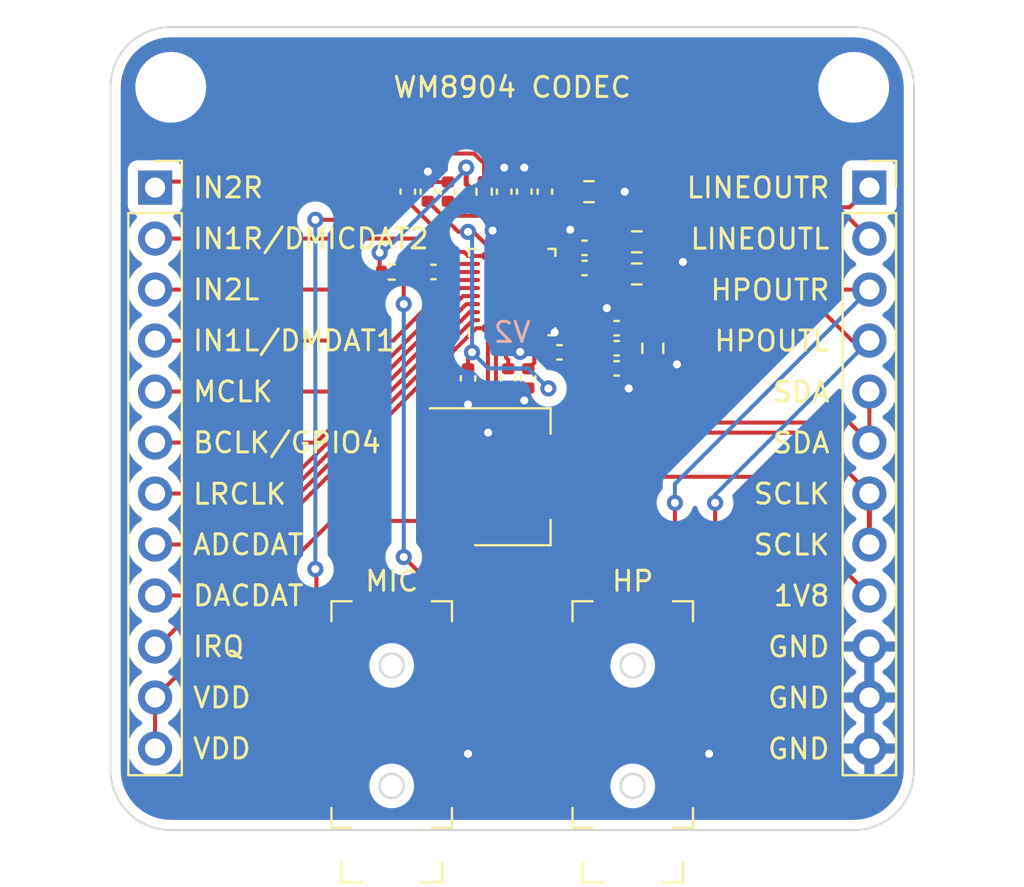
<source format=kicad_pcb>
(kicad_pcb (version 20211014) (generator pcbnew)
  (layers (0 "F.Cu" signal) (31 "B.Cu" signal) (34 "B.Paste" user) (35 "F.Paste" user) (36 "B.SilkS" user "B.Silkscreen") (37 "F.SilkS" user "F.Silkscreen") (38 "B.Mask" user) (39 "F.Mask" user) (44 "Edge.Cuts" user))
  (net 0 "")
  (net 1 "Net-(C204-Pad1)")
  (net 2 "Net-(C204-Pad2)")
  (net 3 "GND")
  (net 4 "Net-(C205-Pad2)")
  (net 5 "Net-(C206-Pad2)")
  (net 6 "/wm8904/MICBIAS")
  (net 7 "Net-(C214-Pad2)")
  (net 8 "Net-(C211-Pad2)")
  (net 9 "Net-(C207-Pad2)")
  (net 10 "/wm8904/MICVDD")
  (net 11 "1V8")
  (net 12 "HPOUTL")
  (net 13 "HPOUTR")
  (net 14 "IN2L")
  (net 15 "LINEOUTL")
  (net 16 "IN2R")
  (net 17 "LINEOUTR")
  (net 18 "IN1R{slash}DMICDAT2")
  (net 19 "IN1L{slash}DMICDAT1")
  (net 20 "MCLK")
  (net 21 "BCLK{slash}GPIO4")
  (net 22 "LRCLK")
  (net 23 "ADCDAT")
  (net 24 "Net-(C208-Pad2)")
  (net 25 "DACDAT")
  (net 26 "Net-(C209-Pad2)")
  (net 27 "Net-(C210-Pad2)")
  (net 28 "IRQ{slash}GPIO1")
  (net 29 "Net-(C213-Pad2)")
  (net 30 "VDD")
  (net 31 "SDA")
  (net 32 "SCLK")
  (footprint "Resistor_SMD:R_0402_1005Metric" (layer "F.Cu") (at 148.6 68.2 -90)
    (fp_text reference "R205")
    (fp_text value "2k2")
    (fp_line (start -0.153641 -0.38) (end 0.153641 -0.38) (layer "F.SilkS") (width 0.12))
    (fp_line (start -0.153641 0.38) (end 0.153641 0.38) (layer "F.SilkS") (width 0.12))
    (pad "1" smd roundrect locked (at -0.51 0 270) (size 0.54 0.64) (layers "F.Cu" "F.Paste" "F.Mask") (net 16 "IN2R"))
    (pad "2" smd roundrect locked (at 0.51 0 270) (size 0.54 0.64) (layers "F.Cu" "F.Paste" "F.Mask") (net 6 "/wm8904/MICBIAS"))
  )
  (footprint "Capacitor_SMD:C_0402_1005Metric" (layer "F.Cu") (at 153.6 72)
    (fp_text reference "C208")
    (fp_text value "0.1u")
    (fp_line (start -0.107836 -0.36) (end 0.107836 -0.36) (layer "F.SilkS") (width 0.12))
    (fp_line (start -0.107836 0.36) (end 0.107836 0.36) (layer "F.SilkS") (width 0.12))
    (pad "1" smd roundrect locked (at -0.48 0) (size 0.56 0.62) (layers "F.Cu" "F.Paste" "F.Mask") (net 13 "HPOUTR"))
    (pad "2" smd roundrect locked (at 0.48 0) (size 0.56 0.62) (layers "F.Cu" "F.Paste" "F.Mask") (net 24 "Net-(C208-Pad2)"))
  )
  (footprint "Connector_PinSocket_2.54mm:PinSocket_1x12_P2.54mm_Vertical" (layer "F.Cu") (at 132.22 67.996)
    (fp_text reference "J101")
    (fp_text value "Conn_01x12_Female")
    (fp_line (start -1.33 1.27) (end 1.33 1.27) (layer "F.SilkS") (width 0.12))
    (fp_line (start -1.33 29.27) (end 1.33 29.27) (layer "F.SilkS") (width 0.12))
    (fp_line (start -1.33 1.27) (end -1.33 29.27) (layer "F.SilkS") (width 0.12))
    (fp_line (start 0 -1.33) (end 1.33 -1.33) (layer "F.SilkS") (width 0.12))
    (fp_line (start 1.33 -1.33) (end 1.33 0) (layer "F.SilkS") (width 0.12))
    (fp_line (start 1.33 1.27) (end 1.33 29.27) (layer "F.SilkS") (width 0.12))
    (pad "1" thru_hole rect locked (at 0 0) (size 1.7 1.7) (drill 1) (layers *.Cu *.Mask) (net 16 "IN2R"))
    (pad "2" thru_hole oval locked (at 0 2.54) (size 1.7 1.7) (drill 1) (layers *.Cu *.Mask) (net 18 "IN1R{slash}DMICDAT2"))
    (pad "3" thru_hole oval locked (at 0 5.08) (size 1.7 1.7) (drill 1) (layers *.Cu *.Mask) (net 14 "IN2L"))
    (pad "4" thru_hole oval locked (at 0 7.62) (size 1.7 1.7) (drill 1) (layers *.Cu *.Mask) (net 19 "IN1L{slash}DMICDAT1"))
    (pad "5" thru_hole oval locked (at 0 10.16) (size 1.7 1.7) (drill 1) (layers *.Cu *.Mask) (net 20 "MCLK"))
    (pad "6" thru_hole oval locked (at 0 12.7) (size 1.7 1.7) (drill 1) (layers *.Cu *.Mask) (net 21 "BCLK{slash}GPIO4"))
    (pad "7" thru_hole oval locked (at 0 15.24) (size 1.7 1.7) (drill 1) (layers *.Cu *.Mask) (net 22 "LRCLK"))
    (pad "8" thru_hole oval locked (at 0 17.78) (size 1.7 1.7) (drill 1) (layers *.Cu *.Mask) (net 23 "ADCDAT"))
    (pad "9" thru_hole oval locked (at 0 20.32) (size 1.7 1.7) (drill 1) (layers *.Cu *.Mask) (net 25 "DACDAT"))
    (pad "10" thru_hole oval locked (at 0 22.86) (size 1.7 1.7) (drill 1) (layers *.Cu *.Mask) (net 28 "IRQ{slash}GPIO1"))
    (pad "11" thru_hole oval locked (at 0 25.4) (size 1.7 1.7) (drill 1) (layers *.Cu *.Mask) (net 30 "VDD"))
    (pad "12" thru_hole oval locked (at 0 27.94) (size 1.7 1.7) (drill 1) (layers *.Cu *.Mask) (net 30 "VDD"))
  )
  (footprint "MountingHole:MountingHole_2.5mm" (layer "F.Cu") (at 167 63)
    (fp_text reference "REF**")
    (fp_text value "MountingHole_2.5mm")
    (pad "" np_thru_hole circle locked (at 0 0) (size 2.5 2.5) (drill 2.5) (layers *.Cu *.Mask))
  )
  (footprint "Capacitor_SMD:C_0402_1005Metric" (layer "F.Cu") (at 147.8 77.5 90)
    (fp_text reference "C202")
    (fp_text value "0.1u")
    (fp_line (start -0.107836 -0.36) (end 0.107836 -0.36) (layer "F.SilkS") (width 0.12))
    (fp_line (start -0.107836 0.36) (end 0.107836 0.36) (layer "F.SilkS") (width 0.12))
    (pad "1" smd roundrect locked (at -0.48 0 90) (size 0.56 0.62) (layers "F.Cu" "F.Paste" "F.Mask") (net 3 "GND"))
    (pad "2" smd roundrect locked (at 0.48 0 90) (size 0.56 0.62) (layers "F.Cu" "F.Paste" "F.Mask") (net 11 "1V8"))
  )
  (footprint "Resistor_SMD:R_0402_1005Metric" (layer "F.Cu") (at 144 72.2 180)
    (fp_text reference "R203")
    (fp_text value "2k2")
    (fp_line (start -0.153641 0.38) (end 0.153641 0.38) (layer "F.SilkS") (width 0.12))
    (fp_line (start -0.153641 -0.38) (end 0.153641 -0.38) (layer "F.SilkS") (width 0.12))
    (pad "1" smd roundrect locked (at -0.51 0 180) (size 0.54 0.64) (layers "F.Cu" "F.Paste" "F.Mask") (net 14 "IN2L"))
    (pad "2" smd roundrect locked (at 0.51 0 180) (size 0.54 0.64) (layers "F.Cu" "F.Paste" "F.Mask") (net 6 "/wm8904/MICBIAS"))
  )
  (footprint "Capacitor_SMD:C_0402_1005Metric" (layer "F.Cu") (at 152.35 76.2)
    (fp_text reference "C204")
    (fp_text value "2.2u")
    (fp_line (start -0.107836 0.36) (end 0.107836 0.36) (layer "F.SilkS") (width 0.12))
    (fp_line (start -0.107836 -0.36) (end 0.107836 -0.36) (layer "F.SilkS") (width 0.12))
    (pad "1" smd roundrect locked (at -0.48 0) (size 0.56 0.62) (layers "F.Cu" "F.Paste" "F.Mask") (net 1 "Net-(C204-Pad1)"))
    (pad "2" smd roundrect locked (at 0.48 0) (size 0.56 0.62) (layers "F.Cu" "F.Paste" "F.Mask") (net 2 "Net-(C204-Pad2)"))
  )
  (footprint "Capacitor_SMD:C_0402_1005Metric" (layer "F.Cu") (at 155.2 77 180)
    (fp_text reference "C205")
    (fp_text value "4.7u")
    (fp_line (start -0.107836 -0.36) (end 0.107836 -0.36) (layer "F.SilkS") (width 0.12))
    (fp_line (start -0.107836 0.36) (end 0.107836 0.36) (layer "F.SilkS") (width 0.12))
    (pad "1" smd roundrect locked (at -0.48 0 180) (size 0.56 0.62) (layers "F.Cu" "F.Paste" "F.Mask") (net 3 "GND"))
    (pad "2" smd roundrect locked (at 0.48 0 180) (size 0.56 0.62) (layers "F.Cu" "F.Paste" "F.Mask") (net 4 "Net-(C205-Pad2)"))
  )
  (footprint "MountingHole:MountingHole_2.5mm" (layer "F.Cu") (at 133 63)
    (fp_text reference "REF**")
    (fp_text value "MountingHole_2.5mm")
    (pad "" np_thru_hole circle locked (at 0 0) (size 2.5 2.5) (drill 2.5) (layers *.Cu *.Mask))
  )
  (footprint "wm8904_breakout:PJ-320B-3A" (layer "F.Cu") (at 156 94.25 90)
    (fp_text reference "J104")
    (fp_text value "AudioJack3")
    (fp_line (start 5.65 3) (end 4.65 3) (layer "F.SilkS") (width 0.12))
    (fp_line (start -7.35 2.5) (end -8.35 2.5) (layer "F.SilkS") (width 0.12))
    (fp_line (start -5.65 3) (end -5.65 2) (layer "F.SilkS") (width 0.12))
    (fp_line (start -4.65 -3) (end -5.65 -3) (layer "F.SilkS") (width 0.12))
    (fp_line (start 5.65 2) (end 5.65 3) (layer "F.SilkS") (width 0.12))
    (fp_line (start 5.65 -3) (end 5.65 -2) (layer "F.SilkS") (width 0.12))
    (fp_line (start -8.35 2.5) (end -8.35 1.5) (layer "F.SilkS") (width 0.12))
    (fp_line (start 4.65 -3) (end 5.65 -3) (layer "F.SilkS") (width 0.12))
    (fp_line (start -5.65 -3) (end -5.65 -2) (layer "F.SilkS") (width 0.12))
    (fp_line (start -7.35 -2.5) (end -8.35 -2.5) (layer "F.SilkS") (width 0.12))
    (fp_line (start -8.35 -2.5) (end -8.35 -1.5) (layer "F.SilkS") (width 0.12))
    (fp_line (start -4.65 3) (end -5.65 3) (layer "F.SilkS") (width 0.12))
    (fp_circle (center -3.55 0) (end -3.55 0.6) (layer "Edge.Cuts") (width 0.12) (fill none))
    (fp_circle (center 2.45 0) (end 2.45 0.6) (layer "Edge.Cuts") (width 0.12) (fill none))
    (pad "R" smd rect (at -1.55 -3.75) (size 3.5 1.5) (layers "F.Cu" "F.Paste" "F.Mask") (net 13 "HPOUTR"))
    (pad "S" smd rect (at -3.55 3.75) (size 3.5 1.5) (layers "F.Cu" "F.Paste" "F.Mask") (net 3 "GND"))
    (pad "T" smd rect (at 3.45 3.75) (size 3.5 1.5) (layers "F.Cu" "F.Paste" "F.Mask") (net 12 "HPOUTL"))
  )
  (footprint "Capacitor_SMD:C_0402_1005Metric" (layer "F.Cu") (at 149.6 68.2 -90)
    (fp_text reference "C216")
    (fp_text value "4.7u")
    (fp_line (start -0.107836 0.36) (end 0.107836 0.36) (layer "F.SilkS") (width 0.12))
    (fp_line (start -0.107836 -0.36) (end 0.107836 -0.36) (layer "F.SilkS") (width 0.12))
    (pad "1" smd roundrect locked (at -0.48 0 270) (size 0.56 0.62) (layers "F.Cu" "F.Paste" "F.Mask") (net 3 "GND"))
    (pad "2" smd roundrect locked (at 0.48 0 270) (size 0.56 0.62) (layers "F.Cu" "F.Paste" "F.Mask") (net 6 "/wm8904/MICBIAS"))
  )
  (footprint "Capacitor_SMD:C_0402_1005Metric" (layer "F.Cu") (at 150.8 77.5 -90)
    (fp_text reference "C203")
    (fp_text value "4.7u")
    (fp_line (start -0.107836 -0.36) (end 0.107836 -0.36) (layer "F.SilkS") (width 0.12))
    (fp_line (start -0.107836 0.36) (end 0.107836 0.36) (layer "F.SilkS") (width 0.12))
    (pad "1" smd roundrect locked (at -0.48 0 270) (size 0.56 0.62) (layers "F.Cu" "F.Paste" "F.Mask") (net 11 "1V8"))
    (pad "2" smd roundrect locked (at 0.48 0 270) (size 0.56 0.62) (layers "F.Cu" "F.Paste" "F.Mask") (net 3 "GND"))
  )
  (footprint "Resistor_SMD:R_0603_1608Metric" (layer "F.Cu") (at 156.199792 72.29829)
    (fp_text reference "R202")
    (fp_text value "20R")
    (fp_line (start -0.237258 -0.5225) (end 0.237258 -0.5225) (layer "F.SilkS") (width 0.12))
    (fp_line (start -0.237258 0.5225) (end 0.237258 0.5225) (layer "F.SilkS") (width 0.12))
    (pad "1" smd roundrect locked (at -0.825 0) (size 0.8 0.95) (layers "F.Cu" "F.Paste" "F.Mask") (net 24 "Net-(C208-Pad2)"))
    (pad "2" smd roundrect locked (at 0.825 0) (size 0.8 0.95) (layers "F.Cu" "F.Paste" "F.Mask") (net 3 "GND"))
  )
  (footprint "Capacitor_SMD:C_0402_1005Metric" (layer "F.Cu") (at 146.8 68.2 -90)
    (fp_text reference "C214")
    (fp_text value "4.7u")
    (fp_line (start -0.107836 -0.36) (end 0.107836 -0.36) (layer "F.SilkS") (width 0.12))
    (fp_line (start -0.107836 0.36) (end 0.107836 0.36) (layer "F.SilkS") (width 0.12))
    (pad "1" smd roundrect locked (at -0.48 0 270) (size 0.56 0.62) (layers "F.Cu" "F.Paste" "F.Mask") (net 3 "GND"))
    (pad "2" smd roundrect locked (at 0.48 0 270) (size 0.56 0.62) (layers "F.Cu" "F.Paste" "F.Mask") (net 7 "Net-(C214-Pad2)"))
  )
  (footprint "Capacitor_SMD:C_0402_1005Metric" (layer "F.Cu") (at 149.8 77.5 90)
    (fp_text reference "C201")
    (fp_text value "0.1u")
    (fp_line (start -0.107836 -0.36) (end 0.107836 -0.36) (layer "F.SilkS") (width 0.12))
    (fp_line (start -0.107836 0.36) (end 0.107836 0.36) (layer "F.SilkS") (width 0.12))
    (pad "1" smd roundrect locked (at -0.48 0 90) (size 0.56 0.62) (layers "F.Cu" "F.Paste" "F.Mask") (net 3 "GND"))
    (pad "2" smd roundrect locked (at 0.48 0 90) (size 0.56 0.62) (layers "F.Cu" "F.Paste" "F.Mask") (net 11 "1V8"))
  )
  (footprint "Connector_PinSocket_2.54mm:PinSocket_1x12_P2.54mm_Vertical" (layer "F.Cu") (at 167.78 67.996)
    (fp_text reference "J102")
    (fp_text value "Conn_01x12_Female")
    (fp_line (start -1.33 29.27) (end 1.33 29.27) (layer "F.SilkS") (width 0.12))
    (fp_line (start 0 -1.33) (end 1.33 -1.33) (layer "F.SilkS") (width 0.12))
    (fp_line (start 1.33 -1.33) (end 1.33 0) (layer "F.SilkS") (width 0.12))
    (fp_line (start -1.33 1.27) (end -1.33 29.27) (layer "F.SilkS") (width 0.12))
    (fp_line (start -1.33 1.27) (end 1.33 1.27) (layer "F.SilkS") (width 0.12))
    (fp_line (start 1.33 1.27) (end 1.33 29.27) (layer "F.SilkS") (width 0.12))
    (pad "1" thru_hole rect locked (at 0 0) (size 1.7 1.7) (drill 1) (layers *.Cu *.Mask) (net 17 "LINEOUTR"))
    (pad "2" thru_hole oval locked (at 0 2.54) (size 1.7 1.7) (drill 1) (layers *.Cu *.Mask) (net 15 "LINEOUTL"))
    (pad "3" thru_hole oval locked (at 0 5.08) (size 1.7 1.7) (drill 1) (layers *.Cu *.Mask) (net 13 "HPOUTR"))
    (pad "4" thru_hole oval locked (at 0 7.62) (size 1.7 1.7) (drill 1) (layers *.Cu *.Mask) (net 12 "HPOUTL"))
    (pad "5" thru_hole oval locked (at 0 10.16) (size 1.7 1.7) (drill 1) (layers *.Cu *.Mask) (net 31 "SDA"))
    (pad "6" thru_hole oval locked (at 0 12.7) (size 1.7 1.7) (drill 1) (layers *.Cu *.Mask) (net 31 "SDA"))
    (pad "7" thru_hole oval locked (at 0 15.24) (size 1.7 1.7) (drill 1) (layers *.Cu *.Mask) (net 32 "SCLK"))
    (pad "8" thru_hole oval locked (at 0 17.78) (size 1.7 1.7) (drill 1) (layers *.Cu *.Mask) (net 32 "SCLK"))
    (pad "9" thru_hole oval locked (at 0 20.32) (size 1.7 1.7) (drill 1) (layers *.Cu *.Mask) (net 11 "1V8"))
    (pad "10" thru_hole oval locked (at 0 22.86) (size 1.7 1.7) (drill 1) (layers *.Cu *.Mask) (net 3 "GND"))
    (pad "11" thru_hole oval locked (at 0 25.4) (size 1.7 1.7) (drill 1) (layers *.Cu *.Mask) (net 3 "GND"))
    (pad "12" thru_hole oval locked (at 0 27.94) (size 1.7 1.7) (drill 1) (layers *.Cu *.Mask) (net 3 "GND"))
  )
  (footprint "wm8904_breakout:wm8904" (layer "F.Cu") (at 150 73.2 90)
    (fp_text reference "U201")
    (fp_text value "wm8904")
    (fp_line (start -2.15 2.15) (end -2.15 1.8) (layer "F.SilkS") (width 0.12))
    (fp_line (start 2.15 -2.15) (end 2.15 -1.8) (layer "F.SilkS") (width 0.12))
    (fp_line (start 1.8 2.15) (end 2.15 2.15) (layer "F.SilkS") (width 0.12))
    (fp_line (start 1.8 -2.15) (end 2.15 -2.15) (layer "F.SilkS") (width 0.12))
    (fp_line (start -1.8 -2.15) (end -2.2 -2.15) (layer "F.SilkS") (width 0.12))
    (fp_line (start -1.8 2.15) (end -2.15 2.15) (layer "F.SilkS") (width 0.12))
    (fp_line (start 2.15 2.15) (end 2.15 1.8) (layer "F.SilkS") (width 0.12))
    (pad "1" smd oval (at -1.8 -1.4 180) (size 0.2 0.4) (layers "F.Cu" "F.Paste" "F.Mask") (net 28 "IRQ{slash}GPIO1"))
    (pad "2" smd oval (at -1.8 -1 180) (size 0.2 0.4) (layers "F.Cu" "F.Paste" "F.Mask") (net 32 "SCLK"))
    (pad "3" smd oval (at -1.8 -0.6 180) (size 0.2 0.4) (layers "F.Cu" "F.Paste" "F.Mask") (net 31 "SDA"))
    (pad "4" smd oval (at -1.8 -0.2 180) (size 0.2 0.4) (layers "F.Cu" "F.Paste" "F.Mask") (net 11 "1V8"))
    (pad "5" smd oval (at -1.8 0.2 180) (size 0.2 0.4) (layers "F.Cu" "F.Paste" "F.Mask") (net 3 "GND"))
    (pad "6" smd oval (at -1.8 0.6 180) (size 0.2 0.4) (layers "F.Cu" "F.Paste" "F.Mask") (net 11 "1V8"))
    (pad "7" smd oval (at -1.8 1 180) (size 0.2 0.4) (layers "F.Cu" "F.Paste" "F.Mask") (net 11 "1V8"))
    (pad "8" smd oval (at -1.8 1.4 180) (size 0.2 0.4) (layers "F.Cu" "F.Paste" "F.Mask") (net 1 "Net-(C204-Pad1)"))
    (pad "9" smd oval (at -1.4 1.8 90) (size 0.2 0.4) (layers "F.Cu" "F.Paste" "F.Mask") (net 3 "GND"))
    (pad "10" smd oval (at -1 1.8 90) (size 0.2 0.4) (layers "F.Cu" "F.Paste" "F.Mask") (net 2 "Net-(C204-Pad2)"))
    (pad "11" smd oval (at -0.6 1.8 90) (size 0.2 0.4) (layers "F.Cu" "F.Paste" "F.Mask") (net 4 "Net-(C205-Pad2)"))
    (pad "12" smd oval (at -0.2 1.8 90) (size 0.2 0.4) (layers "F.Cu" "F.Paste" "F.Mask") (net 5 "Net-(C206-Pad2)"))
    (pad "13" smd oval (at 0.2 1.8 90) (size 0.2 0.4) (layers "F.Cu" "F.Paste" "F.Mask") (net 12 "HPOUTL"))
    (pad "14" smd oval (at 0.6 1.8 90) (size 0.2 0.4) (layers "F.Cu" "F.Paste" "F.Mask") (net 3 "GND"))
    (pad "15" smd oval (at 1 1.8 90) (size 0.2 0.4) (layers "F.Cu" "F.Paste" "F.Mask") (net 13 "HPOUTR"))
    (pad "16" smd oval (at 1.4 1.8 90) (size 0.2 0.4) (layers "F.Cu" "F.Paste" "F.Mask") (net 15 "LINEOUTL"))
    (pad "17" smd oval (at 1.8 1.4 180) (size 0.2 0.4) (layers "F.Cu" "F.Paste" "F.Mask") (net 3 "GND"))
    (pad "18" smd oval (at 1.8 1 180) (size 0.2 0.4) (layers "F.Cu" "F.Paste" "F.Mask") (net 17 "LINEOUTR"))
    (pad "19" smd oval (at 1.8 0.6 180) (size 0.2 0.4) (layers "F.Cu" "F.Paste" "F.Mask") (net 10 "/wm8904/MICVDD"))
    (pad "20" smd oval (at 1.8 0.2 180) (size 0.2 0.4) (layers "F.Cu" "F.Paste" "F.Mask") (net 6 "/wm8904/MICBIAS"))
    (pad "21" smd oval (at 1.8 -0.2 180) (size 0.2 0.4) (layers "F.Cu" "F.Paste" "F.Mask") (net 7 "Net-(C214-Pad2)"))
    (pad "22" smd oval (at 1.8 -0.6 180) (size 0.2 0.4) (layers "F.Cu" "F.Paste" "F.Mask") (net 3 "GND"))
    (pad "23" smd oval (at 1.8 -1 180) (size 0.2 0.4) (layers "F.Cu" "F.Paste" "F.Mask") (net 11 "1V8"))
    (pad "24" smd oval (at 1.8 -1.4 180) (size 0.2 0.4) (layers "F.Cu" "F.Paste" "F.Mask") (net 8 "Net-(C211-Pad2)"))
    (pad "25" smd oval (at 1.4 -1.8 90) (size 0.2 0.4) (layers "F.Cu" "F.Paste" "F.Mask") (net 18 "IN1R{slash}DMICDAT2"))
    (pad "26" smd oval (at 1 -1.8 90) (size 0.2 0.4) (layers "F.Cu" "F.Paste" "F.Mask") (net 26 "Net-(C209-Pad2)"))
    (pad "27" smd oval (at 0.6 -1.8 90) (size 0.2 0.4) (layers "F.Cu" "F.Paste" "F.Mask") (net 19 "IN1L{slash}DMICDAT1"))
    (pad "28" smd oval (at 0.2 -1.8 90) (size 0.2 0.4) (layers "F.Cu" "F.Paste" "F.Mask") (net 20 "MCLK"))
    (pad "29" smd oval (at -0.2 -1.8 90) (size 0.2 0.4) (layers "F.Cu" "F.Paste" "F.Mask") (net 21 "BCLK{slash}GPIO4"))
    (pad "30" smd oval (at -0.6 -1.8 90) (size 0.2 0.4) (layers "F.Cu" "F.Paste" "F.Mask") (net 22 "LRCLK"))
    (pad "31" smd oval (at -1 -1.8 90) (size 0.2 0.4) (layers "F.Cu" "F.Paste" "F.Mask") (net 23 "ADCDAT"))
    (pad "32" smd oval (at -1.4 -1.8 90) (size 0.2 0.4) (layers "F.Cu" "F.Paste" "F.Mask") (net 25 "DACDAT"))
    (pad "33" smd rect (at 0 0 90) (size 2.7 2.7) (layers "F.Cu" "F.Paste" "F.Mask") (net 3 "GND"))
  )
  (footprint "Capacitor_SMD:C_0402_1005Metric" (layer "F.Cu") (at 155.2 75)
    (fp_text reference "C207")
    (fp_text value "0.1u")
    (fp_line (start -0.107836 -0.36) (end 0.107836 -0.36) (layer "F.SilkS") (width 0.12))
    (fp_line (start -0.107836 0.36) (end 0.107836 0.36) (layer "F.SilkS") (width 0.12))
    (pad "1" smd roundrect locked (at -0.48 0) (size 0.56 0.62) (layers "F.Cu" "F.Paste" "F.Mask") (net 12 "HPOUTL"))
    (pad "2" smd roundrect locked (at 0.48 0) (size 0.56 0.62) (layers "F.Cu" "F.Paste" "F.Mask") (net 9 "Net-(C207-Pad2)"))
  )
  (footprint "Package_TO_SOT_SMD:SOT-223-3_TabPin2" (layer "F.Cu") (at 150 82.4)
    (fp_text reference "U101")
    (fp_text value "AMS1117-1.8")
    (fp_line (start 1.91 3.41) (end 1.91 2.15) (layer "F.SilkS") (width 0.12))
    (fp_line (start -4.1 -3.41) (end 1.91 -3.41) (layer "F.SilkS") (width 0.12))
    (fp_line (start 1.91 -3.41) (end 1.91 -2.15) (layer "F.SilkS") (width 0.12))
    (fp_line (start -1.85 3.41) (end 1.91 3.41) (layer "F.SilkS") (width 0.12))
    (pad "1" smd rect locked (at -3.15 -2.3) (size 2 1.5) (layers "F.Cu" "F.Paste" "F.Mask") (net 3 "GND"))
    (pad "2" smd rect locked (at -3.15 0) (size 2 1.5) (layers "F.Cu" "F.Paste" "F.Mask") (net 11 "1V8"))
    (pad "2" smd rect locked (at 3.15 0) (size 2 3.8) (layers "F.Cu" "F.Paste" "F.Mask") (net 11 "1V8"))
    (pad "3" smd rect locked (at -3.15 2.3) (size 2 1.5) (layers "F.Cu" "F.Paste" "F.Mask") (net 30 "VDD"))
  )
  (footprint "Capacitor_SMD:C_0402_1005Metric" (layer "F.Cu") (at 144.8 68.2 -90)
    (fp_text reference "C211")
    (fp_text value "1u")
    (fp_line (start -0.107836 -0.36) (end 0.107836 -0.36) (layer "F.SilkS") (width 0.12))
    (fp_line (start -0.107836 0.36) (end 0.107836 0.36) (layer "F.SilkS") (width 0.12))
    (pad "1" smd roundrect locked (at -0.48 0 270) (size 0.56 0.62) (layers "F.Cu" "F.Paste" "F.Mask") (net 16 "IN2R"))
    (pad "2" smd roundrect locked (at 0.48 0 270) (size 0.56 0.62) (layers "F.Cu" "F.Paste" "F.Mask") (net 8 "Net-(C211-Pad2)"))
  )
  (footprint "Capacitor_SMD:C_0402_1005Metric" (layer "F.Cu") (at 146.08 72.2)
    (fp_text reference "C209")
    (fp_text value "1u")
    (fp_line (start -0.107836 -0.36) (end 0.107836 -0.36) (layer "F.SilkS") (width 0.12))
    (fp_line (start -0.107836 0.36) (end 0.107836 0.36) (layer "F.SilkS") (width 0.12))
    (pad "1" smd roundrect locked (at -0.48 0) (size 0.56 0.62) (layers "F.Cu" "F.Paste" "F.Mask") (net 14 "IN2L"))
    (pad "2" smd roundrect locked (at 0.48 0) (size 0.56 0.62) (layers "F.Cu" "F.Paste" "F.Mask") (net 26 "Net-(C209-Pad2)"))
  )
  (footprint "Resistor_SMD:R_0603_1608Metric" (layer "F.Cu") (at 153.825 68.2)
    (fp_text reference "R206")
    (fp_text value "20R")
    (fp_line (start -0.237258 0.5225) (end 0.237258 0.5225) (layer "F.SilkS") (width 0.12))
    (fp_line (start -0.237258 -0.5225) (end 0.237258 -0.5225) (layer "F.SilkS") (width 0.12))
    (pad "1" smd roundrect locked (at -0.825 0) (size 0.8 0.95) (layers "F.Cu" "F.Paste" "F.Mask") (net 29 "Net-(C213-Pad2)"))
    (pad "2" smd roundrect locked (at 0.825 0) (size 0.8 0.95) (layers "F.Cu" "F.Paste" "F.Mask") (net 3 "GND"))
  )
  (footprint "Capacitor_SMD:C_0402_1005Metric" (layer "F.Cu") (at 150.6 68.2 -90)
    (fp_text reference "C215")
    (fp_text value "0.1u")
    (fp_line (start -0.107836 -0.36) (end 0.107836 -0.36) (layer "F.SilkS") (width 0.12))
    (fp_line (start -0.107836 0.36) (end 0.107836 0.36) (layer "F.SilkS") (width 0.12))
    (pad "1" smd roundrect locked (at -0.48 0 270) (size 0.56 0.62) (layers "F.Cu" "F.Paste" "F.Mask") (net 3 "GND"))
    (pad "2" smd roundrect locked (at 0.48 0 270) (size 0.56 0.62) (layers "F.Cu" "F.Paste" "F.Mask") (net 10 "/wm8904/MICVDD"))
  )
  (footprint "Capacitor_SMD:C_0402_1005Metric" (layer "F.Cu") (at 145.8 68.2 -90)
    (fp_text reference "C212")
    (fp_text value "4.7u")
    (fp_line (start -0.107836 -0.36) (end 0.107836 -0.36) (layer "F.SilkS") (width 0.12))
    (fp_line (start -0.107836 0.36) (end 0.107836 0.36) (layer "F.SilkS") (width 0.12))
    (pad "1" smd roundrect locked (at -0.48 0 270) (size 0.56 0.62) (layers "F.Cu" "F.Paste" "F.Mask") (net 3 "GND"))
    (pad "2" smd roundrect locked (at 0.48 0 270) (size 0.56 0.62) (layers "F.Cu" "F.Paste" "F.Mask") (net 11 "1V8"))
  )
  (footprint "Resistor_SMD:R_0603_1608Metric" (layer "F.Cu") (at 157 76 -90)
    (fp_text reference "R201")
    (fp_text value "20R")
    (fp_line (start -0.237258 0.5225) (end 0.237258 0.5225) (layer "F.SilkS") (width 0.12))
    (fp_line (start -0.237258 -0.5225) (end 0.237258 -0.5225) (layer "F.SilkS") (width 0.12))
    (pad "1" smd roundrect locked (at -0.825 0 270) (size 0.8 0.95) (layers "F.Cu" "F.Paste" "F.Mask") (net 9 "Net-(C207-Pad2)"))
    (pad "2" smd roundrect locked (at 0.825 0 270) (size 0.8 0.95) (layers "F.Cu" "F.Paste" "F.Mask") (net 3 "GND"))
  )
  (footprint "wm8904_breakout:PJ-320B-3A" (layer "F.Cu") (at 144 94.25 90)
    (fp_text reference "J103")
    (fp_text value "AudioJack3")
    (fp_line (start -8.35 -2.5) (end -8.35 -1.5) (layer "F.SilkS") (width 0.12))
    (fp_line (start 5.65 -3) (end 5.65 -2) (layer "F.SilkS") (width 0.12))
    (fp_line (start -4.65 3) (end -5.65 3) (layer "F.SilkS") (width 0.12))
    (fp_line (start -5.65 3) (end -5.65 2) (layer "F.SilkS") (width 0.12))
    (fp_line (start -5.65 -3) (end -5.65 -2) (layer "F.SilkS") (width 0.12))
    (fp_line (start -7.35 2.5) (end -8.35 2.5) (layer "F.SilkS") (width 0.12))
    (fp_line (start -8.35 2.5) (end -8.35 1.5) (layer "F.SilkS") (width 0.12))
    (fp_line (start 5.65 3) (end 4.65 3) (layer "F.SilkS") (width 0.12))
    (fp_line (start 4.65 -3) (end 5.65 -3) (layer "F.SilkS") (width 0.12))
    (fp_line (start -7.35 -2.5) (end -8.35 -2.5) (layer "F.SilkS") (width 0.12))
    (fp_line (start -4.65 -3) (end -5.65 -3) (layer "F.SilkS") (width 0.12))
    (fp_line (start 5.65 2) (end 5.65 3) (layer "F.SilkS") (width 0.12))
    (fp_circle (center 2.45 0) (end 2.45 0.6) (layer "Edge.Cuts") (width 0.12) (fill none))
    (fp_circle (center -3.55 0) (end -3.55 0.6) (layer "Edge.Cuts") (width 0.12) (fill none))
    (pad "R" smd rect (at -1.55 -3.75) (size 3.5 1.5) (layers "F.Cu" "F.Paste" "F.Mask") (net 16 "IN2R"))
    (pad "S" smd rect (at -3.55 3.75) (size 3.5 1.5) (layers "F.Cu" "F.Paste" "F.Mask") (net 3 "GND"))
    (pad "T" smd rect (at 3.45 3.75) (size 3.5 1.5) (layers "F.Cu" "F.Paste" "F.Mask") (net 14 "IN2L"))
  )
  (footprint "Resistor_SMD:R_0603_1608Metric" (layer "F.Cu") (at 156.199792 70.69829)
    (fp_text reference "R204")
    (fp_text value "20R")
    (fp_line (start -0.237258 -0.5225) (end 0.237258 -0.5225) (layer "F.SilkS") (width 0.12))
    (fp_line (start -0.237258 0.5225) (end 0.237258 0.5225) (layer "F.SilkS") (width 0.12))
    (pad "1" smd roundrect locked (at -0.825 0) (size 0.8 0.95) (layers "F.Cu" "F.Paste" "F.Mask") (net 27 "Net-(C210-Pad2)"))
    (pad "2" smd roundrect locked (at 0.825 0) (size 0.8 0.95) (layers "F.Cu" "F.Paste" "F.Mask") (net 3 "GND"))
  )
  (footprint "Capacitor_SMD:C_0402_1005Metric" (layer "F.Cu") (at 155.2 76 180)
    (fp_text reference "C206")
    (fp_text value "4.7u")
    (fp_line (start -0.107836 0.36) (end 0.107836 0.36) (layer "F.SilkS") (width 0.12))
    (fp_line (start -0.107836 -0.36) (end 0.107836 -0.36) (layer "F.SilkS") (width 0.12))
    (pad "1" smd roundrect locked (at -0.48 0 180) (size 0.56 0.62) (layers "F.Cu" "F.Paste" "F.Mask") (net 3 "GND"))
    (pad "2" smd roundrect locked (at 0.48 0 180) (size 0.56 0.62) (layers "F.Cu" "F.Paste" "F.Mask") (net 5 "Net-(C206-Pad2)"))
  )
  (footprint "Capacitor_SMD:C_0402_1005Metric" (layer "F.Cu") (at 153.6 71)
    (fp_text reference "C210")
    (fp_text value "0.1u")
    (fp_line (start -0.107836 -0.36) (end 0.107836 -0.36) (layer "F.SilkS") (width 0.12))
    (fp_line (start -0.107836 0.36) (end 0.107836 0.36) (layer "F.SilkS") (width 0.12))
    (pad "1" smd roundrect locked (at -0.48 0) (size 0.56 0.62) (layers "F.Cu" "F.Paste" "F.Mask") (net 15 "LINEOUTL"))
    (pad "2" smd roundrect locked (at 0.48 0) (size 0.56 0.62) (layers "F.Cu" "F.Paste" "F.Mask") (net 27 "Net-(C210-Pad2)"))
  )
  (footprint "Capacitor_SMD:C_0402_1005Metric" (layer "F.Cu") (at 151.625 68.2 90)
    (fp_text reference "C213")
    (fp_text value "0.1u")
    (fp_line (start -0.107836 0.36) (end 0.107836 0.36) (layer "F.SilkS") (width 0.12))
    (fp_line (start -0.107836 -0.36) (end 0.107836 -0.36) (layer "F.SilkS") (width 0.12))
    (pad "1" smd roundrect locked (at -0.48 0 90) (size 0.56 0.62) (layers "F.Cu" "F.Paste" "F.Mask") (net 17 "LINEOUTR"))
    (pad "2" smd roundrect locked (at 0.48 0 90) (size 0.56 0.62) (layers "F.Cu" "F.Paste" "F.Mask") (net 29 "Net-(C213-Pad2)"))
  )
  (gr_line (start 133 60) (end 167 60) (layer "Edge.Cuts") (width 0.1))
  (gr_arc (start 170 97) (mid 169.12132 99.12132) (end 167 100) (layer "Edge.Cuts") (width 0.1))
  (gr_line (start 170 63) (end 170 97) (layer "Edge.Cuts") (width 0.1))
  (gr_arc (start 167 60) (mid 169.12132 60.87868) (end 170 63) (layer "Edge.Cuts") (width 0.1))
  (gr_line (start 130 97) (end 130 63) (layer "Edge.Cuts") (width 0.1))
  (gr_arc (start 133 100) (mid 130.87868 99.12132) (end 130 97) (layer "Edge.Cuts") (width 0.1))
  (gr_arc (start 130 63) (mid 130.87868 60.87868) (end 133 60) (layer "Edge.Cuts") (width 0.1))
  (gr_line (start 167 100) (end 133 100) (layer "Edge.Cuts") (width 0.1))
  (gr_text "V2" (at 150 75.2) (layer "B.SilkS") (effects (font (size 1 1)) (justify mirror)))
  (gr_text "SCLK" (at 165.886 83.256) (layer "F.SilkS") (effects (font (size 1 1)) (justify right)))
  (gr_text "VDD" (at 134.02 93.406) (layer "F.SilkS") (effects (font (size 1 1)) (justify left)))
  (gr_text "SCLK" (at 165.886 85.796) (layer "F.SilkS") (effects (font (size 1 1)) (justify right)))
  (gr_text "SDA" (at 165.886 78.176) (layer "F.SilkS") (effects (font (size 1 1)) (justify right)))
  (gr_text "GND" (at 165.886 93.416) (layer "F.SilkS") (effects (font (size 1 1)) (justify right)))
  (gr_text "IRQ" (at 134.02 90.866) (layer "F.SilkS") (effects (font (size 1 1)) (justify left)))
  (gr_text "MCLK" (at 134.02 78.166) (layer "F.SilkS") (effects (font (size 1 1)) (justify left)))
  (gr_text "LRCLK" (at 134.02 83.266) (layer "F.SilkS") (effects (font (size 1 1)) (justify left)))
  (gr_text "IN2L" (at 134.02 73.086) (layer "F.SilkS") (effects (font (size 1 1)) (justify left)))
  (gr_text "IN1L/DMDAT1" (at 134.02 75.626) (layer "F.SilkS") (effects (font (size 1 1)) (justify left)))
  (gr_text "1V8" (at 165.886 88.336) (layer "F.SilkS") (effects (font (size 1 1)) (justify right)))
  (gr_text "ADCDAT" (at 134.02 85.786) (layer "F.SilkS") (effects (font (size 1 1)) (justify left)))
  (gr_text "GND" (at 165.886 95.956) (layer "F.SilkS") (effects (font (size 1 1)) (justify right)))
  (gr_text "HPOUTL" (at 165.886 75.636) (layer "F.SilkS") (effects (font (size 1 1)) (justify right)))
  (gr_text "VDD" (at 134.02 95.946) (layer "F.SilkS") (effects (font (size 1 1)) (justify left)))
  (gr_text "HP" (at 156 87.6) (layer "F.SilkS") (effects (font (size 1 1))))
  (gr_text "DACDAT" (at 134.02 88.326) (layer "F.SilkS") (effects (font (size 1 1)) (justify left)))
  (gr_text "BCLK/GPIO4" (at 134.02 80.706) (layer "F.SilkS") (effects (font (size 1 1)) (justify left)))
  (gr_text "IN1R/DMICDAT2" (at 134.02 70.546) (layer "F.SilkS") (effects (font (size 1 1)) (justify left)))
  (gr_text "IN2R" (at 134.02 68.006) (layer "F.SilkS") (effects (font (size 1 1)) (justify left)))
  (gr_text "LINEOUTR" (at 165.886 68.006) (layer "F.SilkS") (effects (font (size 1 1)) (justify right)))
  (gr_text "WM8904 CODEC" (at 150 63) (layer "F.SilkS") (effects (font (size 1 1))))
  (gr_text "SDA" (at 165.886 80.716) (layer "F.SilkS") (effects (font (size 1 1)) (justify right)))
  (gr_text "HPOUTR" (at 165.886 73.096) (layer "F.SilkS") (effects (font (size 1 1)) (justify right)))
  (gr_text "LINEOUTL" (at 165.886 70.556) (layer "F.SilkS") (effects (font (size 1 1)) (justify right)))
  (gr_text "GND" (at 165.886 90.876) (layer "F.SilkS") (effects (font (size 1 1)) (justify right)))
  (gr_text "MIC" (at 144 87.6) (layer "F.SilkS") (effects (font (size 1 1))))
  (segment (start 151.4 75.445761) (end 151.499012 75.544774) (width 0.2) (layer "F.Cu") (net 1))
  (segment (start 151.499012 75.829012) (end 151.87 76.2) (width 0.2) (layer "F.Cu") (net 1))
  (segment (start 151.4 75) (end 151.4 75.445761) (width 0.2) (layer "F.Cu") (net 1))
  (segment (start 151.499012 75.544774) (end 151.499012 75.829012) (width 0.2) (layer "F.Cu") (net 1))
  (segment (start 152.093326 74.2) (end 152.811639 74.918313) (width 0.2) (layer "F.Cu") (net 2))
  (segment (start 152.811639 75.497801) (end 152.800489 75.508951) (width 0.2) (layer "F.Cu") (net 2))
  (segment (start 152.811639 74.918313) (end 152.811639 75.497801) (width 0.2) (layer "F.Cu") (net 2))
  (segment (start 151.8 74.2) (end 152.093326 74.2) (width 0.2) (layer "F.Cu") (net 2))
  (segment (start 152.800489 75.508951) (end 152.800489 76.170489) (width 0.2) (layer "F.Cu") (net 2))
  (segment (start 152.800489 76.170489) (end 152.83 76.2) (width 0.2) (layer "F.Cu") (net 2))
  (segment (start 155.68 76) (end 155.68 77) (width 0.2) (layer "F.Cu") (net 3))
  (segment (start 155.68 77.88) (end 155.8 78) (width 0.2) (layer "F.Cu") (net 3))
  (segment (start 147.75 96.25) (end 147.8 96.2) (width 0.25) (layer "F.Cu") (net 3))
  (segment (start 149.4 71.4) (end 149.4 70.399206) (width 0.2) (layer "F.Cu") (net 3))
  (segment (start 154.65 68.2) (end 155.6 68.2) (width 0.2) (layer "F.Cu") (net 3))
  (segment (start 150.8 78.4) (end 150.6 78.6) (width 0.2) (layer "F.Cu") (net 3))
  (segment (start 149.284012 70.399206) (end 149.021201 70.136395) (width 0.2) (layer "F.Cu") (net 3))
  (segment (start 151.4 71.4) (end 152.703609 70.096391) (width 0.2) (layer "F.Cu") (net 3))
  (segment (start 150.2 73.4) (end 150 73.2) (width 0.2) (layer "F.Cu") (net 3))
  (segment (start 147.8 77.98) (end 147.8 78.8) (width 0.2) (layer "F.Cu") (net 3))
  (segment (start 159.75 96.25) (end 159.8 96.2) (width 0.25) (layer "F.Cu") (net 3))
  (segment (start 152.8 72.6) (end 154.3 74.1) (width 0.2) (layer "F.Cu") (net 3))
  (segment (start 151.8 74.6) (end 151.8 74.895919) (width 0.2) (layer "F.Cu") (net 3))
  (segment (start 152.703609 70.096391) (end 152.886843 70.096391) (width 0.2) (layer "F.Cu") (net 3))
  (segment (start 157 76.825) (end 158.175 76.825) (width 0.2) (layer "F.Cu") (net 3))
  (segment (start 150.6 67.72) (end 150.6 67) (width 0.2) (layer "F.Cu") (net 3))
  (segment (start 157.49829 70.69829) (end 158.5 71.7) (width 0.2) (layer "F.Cu") (net 3))
  (segment (start 150.2 75) (end 150.2 73.4) (width 0.2) (layer "F.Cu") (net 3))
  (segment (start 150.8 77.98) (end 150.8 78.4) (width 0.2) (layer "F.Cu") (net 3))
  (segment (start 157.024792 70.69829) (end 157.49829 70.69829) (width 0.2) (layer "F.Cu") (net 3))
  (segment (start 145.8 67.72) (end 145.8 67.2) (width 0.2) (layer "F.Cu") (net 3))
  (segment (start 155.68 77) (end 155.68 77.88) (width 0.2) (layer "F.Cu") (net 3))
  (segment (start 150.2 75.986424) (end 150.393061 76.179485) (width 0.2) (layer "F.Cu") (net 3))
  (segment (start 149.6 67.72) (end 149.6 67) (width 0.2) (layer "F.Cu") (net 3))
  (segment (start 149.4 70.399206) (end 149.390775 70.389981) (width 0.2) (layer "F.Cu") (net 3))
  (segment (start 149.8 77.98) (end 150.8 77.98) (width 0.2) (layer "F.Cu") (net 3))
  (segment (start 154.3 74.1) (end 154.610756 74.1) (width 0.2) (layer "F.Cu") (net 3))
  (segment (start 154.610756 74.1) (end 154.710128 74.000628) (width 0.2) (layer "F.Cu") (net 3))
  (segment (start 159.75 97.9) (end 159.75 96.25) (width 0.25) (layer "F.Cu") (net 3))
  (segment (start 151.8 72.6) (end 152.8 72.6) (width 0.2) (layer "F.Cu") (net 3))
  (segment (start 145.8 67.72) (end 146.8 67.72) (width 0.2) (layer "F.Cu") (net 3))
  (segment (start 158.175 76.825) (end 158.2 76.8) (width 0.2) (layer "F.Cu") (net 3))
  (segment (start 148.7 80.1) (end 148.8 80.2) (width 0.2) (layer "F.Cu") (net 3))
  (segment (start 146.85 80.1) (end 148.7 80.1) (width 0.2) (layer "F.Cu") (net 3))
  (segment (start 149.4 70.399206) (end 149.284012 70.399206) (width 0.2) (layer "F.Cu") (net 3))
  (segment (start 157.024792 72.29829) (end 157.90171 72.29829) (width 0.2) (layer "F.Cu") (net 3))
  (segment (start 147.75 97.9) (end 147.75 96.25) (width 0.25) (layer "F.Cu") (net 3))
  (segment (start 151.8 74.895919) (end 152.112138 75.208057) (width 0.2) (layer "F.Cu") (net 3))
  (segment (start 157.90171 72.29829) (end 158.5 71.7) (width 0.2) (layer "F.Cu") (net 3))
  (segment (start 150.2 75) (end 150.2 75.986424) (width 0.2) (layer "F.Cu") (net 3))
  (via (at 150.393061 76.179485) (size 0.8) (drill 0.4) (layers "F.Cu" "B.Cu") (net 3))
  (via (at 152.886843 70.096391) (size 0.8) (drill 0.4) (layers "F.Cu" "B.Cu") (net 3))
  (via (at 152.112138 75.208057) (size 0.8) (drill 0.4) (layers "F.Cu" "B.Cu") (net 3))
  (via (at 154.710128 74.000628) (size 0.8) (drill 0.4) (layers "F.Cu" "B.Cu") (net 3))
  (via (at 150.6 67) (size 0.8) (drill 0.4) (layers "F.Cu" "B.Cu") (net 3))
  (via (at 158.2 76.8) (size 0.8) (drill 0.4) (layers "F.Cu" "B.Cu") (net 3))
  (via (at 147.8 78.8) (size 0.8) (drill 0.4) (layers "F.Cu" "B.Cu") (net 3))
  (via (at 147.8 96.2) (size 0.8) (drill 0.4) (layers "F.Cu" "B.Cu") (net 3))
  (via (at 149.021201 70.136395) (size 0.8) (drill 0.4) (layers "F.Cu" "B.Cu") (net 3))
  (via (at 149.6 67) (size 0.8) (drill 0.4) (layers "F.Cu" "B.Cu") (net 3))
  (via (at 159.8 96.2) (size 0.8) (drill 0.4) (layers "F.Cu" "B.Cu") (net 3))
  (via (at 150.6 78.6) (size 0.8) (drill 0.4) (layers "F.Cu" "B.Cu") (net 3))
  (via (at 145.8 67.2) (size 0.8) (drill 0.4) (layers "F.Cu" "B.Cu") (net 3))
  (via (at 155.8 78) (size 0.8) (drill 0.4) (layers "F.Cu" "B.Cu") (net 3))
  (via (at 155.6 68.2) (size 0.8) (drill 0.4) (layers "F.Cu" "B.Cu") (net 3))
  (via (at 158.5 71.7) (size 0.8) (drill 0.4) (layers "F.Cu" "B.Cu") (net 3))
  (via (at 148.8 80.2) (size 0.8) (drill 0.4) (layers "F.Cu" "B.Cu") (net 3))
  (segment (start 154.561575 77) (end 154.72 77) (width 0.2) (layer "F.Cu") (net 4))
  (segment (start 151.8 73.8) (end 152.258319 73.8) (width 0.2) (layer "F.Cu") (net 4))
  (segment (start 152.258319 73.8) (end 153.21115 74.752831) (width 0.2) (layer "F.Cu") (net 4))
  (segment (start 153.21115 74.752831) (end 153.21115 75.649575) (width 0.2) (layer "F.Cu") (net 4))
  (segment (start 153.21115 75.649575) (end 154.561575 77) (width 0.2) (layer "F.Cu") (net 4))
  (segment (start 153.610661 74.58735) (end 153.610661 75.484092) (width 0.2) (layer "F.Cu") (net 5))
  (segment (start 153.610661 75.484092) (end 154.126569 76) (width 0.2) (layer "F.Cu") (net 5))
  (segment (start 154.126569 76) (end 154.72 76) (width 0.2) (layer "F.Cu") (net 5))
  (segment (start 152.423311 73.4) (end 153.610661 74.58735) (width 0.2) (layer "F.Cu") (net 5))
  (segment (start 151.8 73.4) (end 152.423311 73.4) (width 0.2) (layer "F.Cu") (net 5))
  (segment (start 143.4 72.11) (end 143.4 71.2355) (width 0.2) (layer "F.Cu") (net 6))
  (segment (start 148.6 68.71) (end 147.7095 67.8195) (width 0.25) (layer "F.Cu") (net 6))
  (segment (start 147.7095 67.8195) (end 147.7095 67) (width 0.25) (layer "F.Cu") (net 6))
  (segment (start 149.6 68.68) (end 150.2 69.28) (width 0.2) (layer "F.Cu") (net 6))
  (segment (start 149.57 68.71) (end 149.6 68.68) (width 0.2) (layer "F.Cu") (net 6))
  (segment (start 143.49 72.2) (end 143.4 72.11) (width 0.2) (layer "F.Cu") (net 6))
  (segment (start 150.2 69.28) (end 150.2 71.4) (width 0.2) (layer "F.Cu") (net 6))
  (segment (start 148.6 68.71) (end 149.57 68.71) (width 0.2) (layer "F.Cu") (net 6))
  (via (at 143.4 71.2355) (size 0.8) (drill 0.4) (layers "F.Cu" "B.Cu") (net 6))
  (via (at 147.7095 67) (size 0.8) (drill 0.4) (layers "F.Cu" "B.Cu") (net 6))
  (segment (start 147.7095 67.0905) (end 143.5645 71.2355) (width 0.2) (layer "B.Cu") (net 6))
  (segment (start 147.7095 67) (end 147.7095 67.0905) (width 0.2) (layer "B.Cu") (net 6))
  (segment (start 149.8 69.925949) (end 149.274051 69.4) (width 0.2) (layer "F.Cu") (net 7))
  (segment (start 149.8 71.4) (end 149.8 69.925949) (width 0.2) (layer "F.Cu") (net 7))
  (segment (start 146.8 69) (end 146.8 68.68) (width 0.2) (layer "F.Cu") (net 7))
  (segment (start 147.2 69.4) (end 146.8 69) (width 0.2) (layer "F.Cu") (net 7))
  (segment (start 149.274051 69.4) (end 147.2 69.4) (width 0.2) (layer "F.Cu") (net 7))
  (segment (start 147.32 71.2) (end 144.8 68.68) (width 0.2) (layer "F.Cu") (net 8))
  (segment (start 148.6 71.4) (end 147.8 71.4) (width 0.2) (layer "F.Cu") (net 8))
  (segment (start 147.6 71.2) (end 147.32 71.2) (width 0.2) (layer "F.Cu") (net 8))
  (segment (start 147.8 71.4) (end 147.6 71.2) (width 0.2) (layer "F.Cu") (net 8))
  (segment (start 155.68 75) (end 156.825 75) (width 0.2) (layer "F.Cu") (net 9))
  (segment (start 156.825 75) (end 157 75.175) (width 0.2) (layer "F.Cu") (net 9))
  (segment (start 150.6 71.4) (end 150.6 68.68) (width 0.2) (layer "F.Cu") (net 10))
  (segment (start 149.799511 77.019511) (end 149.8 77.02) (width 0.2) (layer "F.Cu") (net 11))
  (segment (start 151.099501 75.710256) (end 151 75.610755) (width 0.2) (layer "F.Cu") (net 11))
  (segment (start 151 75) (end 150.6 75) (width 0.2) (layer "F.Cu") (net 11))
  (segment (start 147.8 70.2) (end 148.065006 70.2) (width 0.2) (layer "F.Cu") (net 11))
  (segment (start 146.85 82.4) (end 153.15 82.4) (width 0.2) (layer "F.Cu") (net 11))
  (segment (start 149.69356 75.889741) (end 149.69356 76.469229) (width 0.2) (layer "F.Cu") (net 11))
  (segment (start 145.550489 79.050489) (end 145.550489 81.100489) (width 0.2) (layer "F.Cu") (net 11))
  (segment (start 147.32 70.2) (end 147.8 70.2) (width 0.2) (layer "F.Cu") (net 11))
  (segment (start 147.8 76.4) (end 148 76.2) (width 0.2) (layer "F.Cu") (net 11))
  (segment (start 149.8 75) (end 149.8 75.783301) (width 0.2) (layer "F.Cu") (net 11))
  (segment (start 151 75.610755) (end 151 75) (width 0.2) (layer "F.Cu") (net 11))
  (segment (start 150.8 77.02) (end 150.82 77.02) (width 0.2) (layer "F.Cu") (net 11))
  (segment (start 153.15 82.4) (end 161.864 82.4) (width 0.2) (layer "F.Cu") (net 11))
  (segment (start 161.864 82.4) (end 167.78 88.316) (width 0.2) (layer "F.Cu") (net 11))
  (segment (start 145.550489 81.100489) (end 146.85 82.4) (width 0.2) (layer "F.Cu") (net 11))
  (segment (start 149.69356 76.469229) (end 149.799511 76.57518) (width 0.2) (layer "F.Cu") (net 11))
  (segment (start 149.8 75.783301) (end 149.69356 75.889741) (width 0.2) (layer "F.Cu") (net 11))
  (segment (start 148.065006 70.2) (end 149 71.134994) (width 0.2) (layer "F.Cu") (net 11))
  (segment (start 149.8 77.02) (end 150.8 77.02) (width 0.2) (layer "F.Cu") (net 11))
  (segment (start 151.099501 76.720499) (end 151.099501 75.710256) (width 0.2) (layer "F.Cu") (net 11))
  (segment (start 149.799511 76.57518) (end 149.799511 77.019511) (width 0.2) (layer "F.Cu") (net 11))
  (segment (start 147.8 77.02) (end 147.8 76.4) (width 0.2) (layer "F.Cu") (net 11))
  (segment (start 145.8 68.68) (end 147.32 70.2) (width 0.2) (layer "F.Cu") (net 11))
  (segment (start 147.580978 77.02) (end 145.550489 79.050489) (width 0.2) (layer "F.Cu") (net 11))
  (segment (start 150.8 77.02) (end 151.099501 76.720499) (width 0.2) (layer "F.Cu") (net 11))
  (segment (start 150.82 77.02) (end 151.8 78) (width 0.2) (layer "F.Cu") (net 11))
  (segment (start 149 71.134994) (end 149 71.4) (width 0.2) (layer "F.Cu") (net 11))
  (segment (start 147.8 77.02) (end 147.580978 77.02) (width 0.2) (layer "F.Cu") (net 11))
  (via (at 147.8 70.2) (size 0.8) (drill 0.4) (layers "F.Cu" "B.Cu") (net 11))
  (via (at 151.8 78) (size 0.8) (drill 0.4) (layers "F.Cu" "B.Cu") (net 11))
  (via (at 148 76.2) (size 0.8) (drill 0.4) (layers "F.Cu" "B.Cu") (net 11))
  (segment (start 150.8 77) (end 148.8 77) (width 0.2) (layer "B.Cu") (net 11))
  (segment (start 148.8 77) (end 148 76.2) (width 0.2) (layer "B.Cu") (net 11))
  (segment (start 148 76.2) (end 148 70.4) (width 0.2) (layer "B.Cu") (net 11))
  (segment (start 151.8 78) (end 150.8 77) (width 0.2) (layer "B.Cu") (net 11))
  (segment (start 148 70.4) (end 147.8 70.2) (width 0.2) (layer "B.Cu") (net 11))
  (segment (start 151.8 73) (end 152.623431 73) (width 0.2) (layer "F.Cu") (net 12))
  (segment (start 154.72 75) (end 154.72 74.98) (width 0.2) (layer "F.Cu") (net 12))
  (segment (start 154.72 74.98) (end 155.7 74) (width 0.2) (layer "F.Cu") (net 12))
  (segment (start 155.7 74) (end 165.3 74) (width 0.2) (layer "F.Cu") (net 12))
  (segment (start 152.623431 73) (end 154.623431 75) (width 0.2) (layer "F.Cu") (net 12))
  (segment (start 160.1 90.45) (end 159.75 90.8) (width 0.2) (layer "F.Cu") (net 12))
  (segment (start 165.3 74) (end 166.916 75.616) (width 0.2) (layer "F.Cu") (net 12))
  (segment (start 160.1 83.7) (end 160.1 90.45) (width 0.2) (layer "F.Cu") (net 12))
  (segment (start 166.916 75.616) (end 167.78 75.616) (width 0.2) (layer "F.Cu") (net 12))
  (segment (start 154.623431 75) (end 154.72 75) (width 0.2) (layer "F.Cu") (net 12))
  (via (at 160.1 83.7) (size 0.8) (drill 0.4) (layers "F.Cu" "B.Cu") (net 12))
  (segment (start 160.1 83.296) (end 160.1 83.7) (width 0.2) (layer "B.Cu") (net 12))
  (segment (start 167.78 75.616) (end 160.1 83.296) (width 0.2) (layer "B.Cu") (net 12))
  (segment (start 151.8 72.2) (end 152.92 72.2) (width 0.2) (layer "F.Cu") (net 13))
  (segment (start 152.25 92.05) (end 152.25 95.8) (width 0.2) (layer "F.Cu") (net 13))
  (segment (start 152.92 72.2) (end 153.12 72) (width 0.2) (layer "F.Cu") (net 13))
  (segment (start 153.12 72) (end 154.196 73.076) (width 0.2) (layer "F.Cu") (net 13))
  (segment (start 158.1 83.7) (end 158.1 86.2) (width 0.2) (layer "F.Cu") (net 13))
  (segment (start 154.196 73.076) (end 167.78 73.076) (width 0.2) (layer "F.Cu") (net 13))
  (segment (start 158.1 86.2) (end 152.25 92.05) (width 0.2) (layer "F.Cu") (net 13))
  (via (at 158.1 83.7) (size 0.8) (drill 0.4) (layers "F.Cu" "B.Cu") (net 13))
  (segment (start 167.78 73.076) (end 158.1 82.756) (width 0.2) (layer "B.Cu") (net 13))
  (segment (start 158.1 82.756) (end 158.1 83.7) (width 0.2) (layer "B.Cu") (net 13))
  (segment (start 147.75 89.55) (end 147.75 90.8) (width 0.25) (layer "F.Cu") (net 14))
  (segment (start 143.634 73.076) (end 144.51 72.2) (width 0.2) (layer "F.Cu") (net 14))
  (segment (start 132.22 73.076) (end 143.634 73.076) (width 0.2) (layer "F.Cu") (net 14))
  (segment (start 144.6 73.8) (end 144.6 72.29) (width 0.2) (layer "F.Cu") (net 14))
  (segment (start 147.7 89.5) (end 144.6 86.4) (width 0.2) (layer "F.Cu") (net 14))
  (segment (start 144.6 72.29) (end 144.51 72.2) (width 0.2) (layer "F.Cu") (net 14))
  (segment (start 147.7 89.5) (end 147.75 89.55) (width 0.25) (layer "F.Cu") (net 14))
  (segment (start 144.51 72.2) (end 145.6 72.2) (width 0.2) (layer "F.Cu") (net 14))
  (via (at 144.6 73.8) (size 0.8) (drill 0.4) (layers "F.Cu" "B.Cu") (net 14))
  (via (at 144.6 86.4) (size 0.8) (drill 0.4) (layers "F.Cu" "B.Cu") (net 14))
  (segment (start 144.6 86.4) (end 144.6 73.8) (width 0.2) (layer "B.Cu") (net 14))
  (segment (start 153.12 71) (end 154.62 69.5) (width 0.2) (layer "F.Cu") (net 15))
  (segment (start 154.62 69.5) (end 166.744 69.5) (width 0.2) (layer "F.Cu") (net 15))
  (segment (start 152.6 71) (end 151.8 71.8) (width 0.2) (layer "F.Cu") (net 15))
  (segment (start 153.12 71) (end 152.6 71) (width 0.2) (layer "F.Cu") (net 15))
  (segment (start 166.744 69.5) (end 167.78 70.536) (width 0.2) (layer "F.Cu") (net 15))
  (segment (start 132.22 67.996) (end 132.516 67.7) (width 0.2) (layer "F.Cu") (net 16))
  (segment (start 140.2 69.6) (end 142.92 69.6) (width 0.2) (layer "F.Cu") (net 16))
  (segment (start 144.8 67.210755) (end 145.710256 66.300499) (width 0.2) (layer "F.Cu") (net 16))
  (segment (start 132.516 67.7) (end 144.78 67.7) (width 0.2) (layer "F.Cu") (net 16))
  (segment (start 140.25 95.9) (end 140.25 87.05) (width 0.2) (layer "F.Cu") (net 16))
  (segment (start 144.78 67.7) (end 144.8 67.72) (width 0.2) (layer "F.Cu") (net 16))
  (segment (start 140.25 87.05) (end 140.2 87) (width 0.2) (layer "F.Cu") (net 16))
  (segment (start 145.710256 66.300499) (end 148.100499 66.300499) (width 0.2) (layer "F.Cu") (net 16))
  (segment (start 142.92 69.6) (end 144.8 67.72) (width 0.2) (layer "F.Cu") (net 16))
  (segment (start 148.100499 66.300499) (end 148.6 66.8) (width 0.2) (layer "F.Cu") (net 16))
  (segment (start 144.8 67.72) (end 144.8 67.210755) (width 0.2) (layer "F.Cu") (net 16))
  (segment (start 148.6 66.8) (end 148.6 67.69) (width 0.2) (layer "F.Cu") (net 16))
  (via (at 140.2 87) (size 0.8) (drill 0.4) (layers "F.Cu" "B.Cu") (net 16))
  (via (at 140.2 69.6) (size 0.8) (drill 0.4) (layers "F.Cu" "B.Cu") (net 16))
  (segment (start 140.2 87) (end 140.2 69.6) (width 0.2) (layer "B.Cu") (net 16))
  (segment (start 151 70.4) (end 151 71.4) (width 0.2) (layer "F.Cu") (net 17))
  (segment (start 151 71.4) (end 151 70.993989) (width 0.2) (layer "F.Cu") (net 17))
  (segment (start 151 70.993989) (end 153.019469 68.97452) (width 0.2) (layer "F.Cu") (net 17))
  (segment (start 151.625 69.775) (end 151 70.4) (width 0.2) (layer "F.Cu") (net 17))
  (segment (start 151.625 68.68) (end 151.625 69.775) (width 0.2) (layer "F.Cu") (net 17))
  (segment (start 153.019469 68.97452) (end 166.80148 68.97452) (width 0.2) (layer "F.Cu") (net 17))
  (segment (start 166.80148 68.97452) (end 167.78 67.996) (width 0.2) (layer "F.Cu") (net 17))
  (segment (start 145.827575 70.536) (end 132.22 70.536) (width 0.2) (layer "F.Cu") (net 18))
  (segment (start 147.091575 71.8) (end 145.827575 70.536) (width 0.2) (layer "F.Cu") (net 18))
  (segment (start 148.2 71.8) (end 147.091575 71.8) (width 0.2) (layer "F.Cu") (net 18))
  (segment (start 147.091575 72.6) (end 144.075575 75.616) (width 0.2) (layer "F.Cu") (net 19))
  (segment (start 144.075575 75.616) (end 132.22 75.616) (width 0.2) (layer "F.Cu") (net 19))
  (segment (start 148.2 72.6) (end 147.091575 72.6) (width 0.2) (layer "F.Cu") (net 19))
  (segment (start 147.385787 73) (end 148.2 73) (width 0.2) (layer "F.Cu") (net 20))
  (segment (start 132.22 78.156) (end 142.229787 78.156) (width 0.2) (layer "F.Cu") (net 20))
  (segment (start 142.229787 78.156) (end 147.385787 73) (width 0.2) (layer "F.Cu") (net 20))
  (segment (start 140.254785 80.696) (end 132.22 80.696) (width 0.2) (layer "F.Cu") (net 21))
  (segment (start 148.2 73.4) (end 147.550785 73.4) (width 0.2) (layer "F.Cu") (net 21))
  (segment (start 147.550785 73.4) (end 140.254785 80.696) (width 0.2) (layer "F.Cu") (net 21))
  (segment (start 148.2 73.8) (end 147.715778 73.8) (width 0.2) (layer "F.Cu") (net 22))
  (segment (start 147.715778 73.8) (end 138.279778 83.236) (width 0.2) (layer "F.Cu") (net 22))
  (segment (start 138.279778 83.236) (end 132.22 83.236) (width 0.2) (layer "F.Cu") (net 22))
  (segment (start 148.2 74.2) (end 147.880771 74.2) (width 0.2) (layer "F.Cu") (net 23))
  (segment (start 147.880771 74.2) (end 136.304771 85.776) (width 0.2) (layer "F.Cu") (net 23))
  (segment (start 136.304771 85.776) (end 132.22 85.776) (width 0.2) (layer "F.Cu") (net 23))
  (segment (start 154.08 72) (end 155.076502 72) (width 0.2) (layer "F.Cu") (net 24))
  (segment (start 155.076502 72) (end 155.374792 72.29829) (width 0.2) (layer "F.Cu") (net 24))
  (segment (start 148.045761 74.6) (end 134.329761 88.316) (width 0.2) (layer "F.Cu") (net 25))
  (segment (start 148.2 74.6) (end 148.045761 74.6) (width 0.2) (layer "F.Cu") (net 25))
  (segment (start 134.329761 88.316) (end 132.22 88.316) (width 0.2) (layer "F.Cu") (net 25))
  (segment (start 146.56 72.2) (end 148.2 72.2) (width 0.2) (layer "F.Cu") (net 26))
  (segment (start 155.073082 71) (end 155.374792 70.69829) (width 0.2) (layer "F.Cu") (net 27))
  (segment (start 154.08 71) (end 155.073082 71) (width 0.2) (layer "F.Cu") (net 27))
  (segment (start 148.210755 75) (end 132.354755 90.856) (width 0.2) (layer "F.Cu") (net 28))
  (segment (start 132.354755 90.856) (end 132.22 90.856) (width 0.2) (layer "F.Cu") (net 28))
  (segment (start 148.6 75) (end 148.210755 75) (width 0.2) (layer "F.Cu") (net 28))
  (segment (start 152.52 67.72) (end 153 68.2) (width 0.2) (layer "F.Cu") (net 29))
  (segment (start 151.625 67.72) (end 152.52 67.72) (width 0.2) (layer "F.Cu") (net 29))
  (segment (start 141.016 84.6) (end 146.75 84.6) (width 0.2) (layer "F.Cu") (net 30))
  (segment (start 132.22 95.936) (end 132.22 93.396) (width 0.2) (layer "F.Cu") (net 30))
  (segment (start 132.22 93.396) (end 141.016 84.6) (width 0.2) (layer "F.Cu") (net 30))
  (segment (start 146.75 84.6) (end 146.85 84.7) (width 0.2) (layer "F.Cu") (net 30))
  (segment (start 149.19048 75.655281) (end 149.19048 78.302055) (width 0.2) (layer "F.Cu") (net 31))
  (segment (start 149.4 75.445761) (end 149.19048 75.655281) (width 0.2) (layer "F.Cu") (net 31))
  (segment (start 149.4 75) (end 149.4 75.445761) (width 0.2) (layer "F.Cu") (net 31))
  (segment (start 150.588425 79.7) (end 166.784 79.7) (width 0.2) (layer "F.Cu") (net 31))
  (segment (start 166.784 79.7) (end 167.78 80.696) (width 0.2) (layer "F.Cu") (net 31))
  (segment (start 167.78 80.696) (end 167.78 78.156) (width 0.2) (layer "F.Cu") (net 31))
  (segment (start 149.19048 78.302055) (end 150.588425 79.7) (width 0.2) (layer "F.Cu") (net 31))
  (segment (start 148.79097 78.467539) (end 150.52392 80.200489) (width 0.2) (layer "F.Cu") (net 32))
  (segment (start 149 75) (end 149 75.280768) (width 0.2) (layer "F.Cu") (net 32))
  (segment (start 150.52392 80.200489) (end 164.744489 80.200489) (width 0.2) (layer "F.Cu") (net 32))
  (segment (start 148.79097 75.489798) (end 148.79097 78.467539) (width 0.2) (layer "F.Cu") (net 32))
  (segment (start 167.78 83.236) (end 167.78 85.776) (width 0.25) (layer "F.Cu") (net 32))
  (segment (start 149 75.280768) (end 148.79097 75.489798) (width 0.2) (layer "F.Cu") (net 32))
  (segment (start 164.744489 80.200489) (end 167.78 83.236) (width 0.2) (layer "F.Cu") (net 32))
  (zone (net 3) (net_name "GND") (layer "B.Cu") (connect_pads (clearance 0.508)) (min_thickness 0.254) (fill yes (thermal_gap 0.508) (thermal_bridge_width 0.508))
    (polygon (pts (xy 171 101) (xy 129 101) (xy 129 59) (xy 171 59)))
  )
)
</source>
